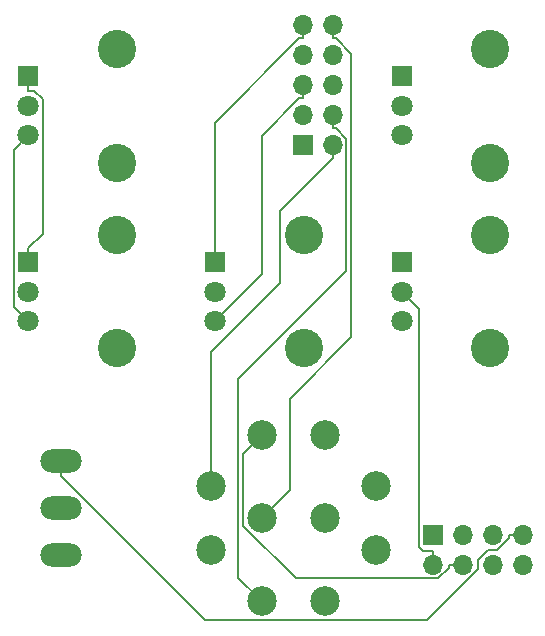
<source format=gbr>
%TF.GenerationSoftware,KiCad,Pcbnew,9.0.0*%
%TF.CreationDate,2025-03-02T16:43:32+01:00*%
%TF.ProjectId,board_io,626f6172-645f-4696-9f2e-6b696361645f,rev?*%
%TF.SameCoordinates,Original*%
%TF.FileFunction,Copper,L1,Top*%
%TF.FilePolarity,Positive*%
%FSLAX46Y46*%
G04 Gerber Fmt 4.6, Leading zero omitted, Abs format (unit mm)*
G04 Created by KiCad (PCBNEW 9.0.0) date 2025-03-02 16:43:32*
%MOMM*%
%LPD*%
G01*
G04 APERTURE LIST*
%TA.AperFunction,ComponentPad*%
%ADD10C,3.240000*%
%TD*%
%TA.AperFunction,ComponentPad*%
%ADD11R,1.800000X1.800000*%
%TD*%
%TA.AperFunction,ComponentPad*%
%ADD12C,1.800000*%
%TD*%
%TA.AperFunction,ComponentPad*%
%ADD13C,2.500000*%
%TD*%
%TA.AperFunction,ComponentPad*%
%ADD14O,3.500000X2.000000*%
%TD*%
%TA.AperFunction,ComponentPad*%
%ADD15R,1.700000X1.700000*%
%TD*%
%TA.AperFunction,ComponentPad*%
%ADD16O,1.700000X1.700000*%
%TD*%
%TA.AperFunction,Conductor*%
%ADD17C,0.200000*%
%TD*%
G04 APERTURE END LIST*
D10*
%TO.P,RV4,*%
%TO.N,*%
X24713200Y-24222300D03*
X24713200Y-33822300D03*
D11*
%TO.P,RV4,1,1*%
%TO.N,+12V*%
X17213200Y-26522300D03*
D12*
%TO.P,RV4,2,2*%
%TO.N,Fine Tuning*%
X17213200Y-29022300D03*
%TO.P,RV4,3,3*%
%TO.N,-12V*%
X17213200Y-31522300D03*
%TD*%
D13*
%TO.P,SW1,1*%
%TO.N,Hard Sync +*%
X36959200Y-70922300D03*
%TO.P,SW1,2*%
%TO.N,Hard Sync*%
X32659200Y-66622300D03*
%TO.P,SW1,3*%
%TO.N,Hard Sync -*%
X32659200Y-61222300D03*
%TO.P,SW1,4*%
%TO.N,Soft Sync*%
X36959200Y-56922300D03*
%TO.P,SW1,5*%
%TO.N,unconnected-(SW1-Pad5)*%
X42359200Y-56922300D03*
%TO.P,SW1,6*%
%TO.N,unconnected-(SW1-Pad6)*%
X46659200Y-61222300D03*
%TO.P,SW1,7*%
%TO.N,unconnected-(SW1-Pad7)*%
X46659200Y-66622300D03*
%TO.P,SW1,8*%
%TO.N,unconnected-(SW1-Pad8)*%
X42359200Y-70922300D03*
%TO.P,SW1,9*%
%TO.N,Sync COM*%
X36959200Y-63922300D03*
%TO.P,SW1,10*%
%TO.N,unconnected-(SW1-Pad10)*%
X42359200Y-63922300D03*
%TD*%
D10*
%TO.P,RV1,*%
%TO.N,*%
X24713200Y-39956300D03*
X24713200Y-49556300D03*
D11*
%TO.P,RV1,1,1*%
%TO.N,+12V*%
X17213200Y-42256300D03*
D12*
%TO.P,RV1,2,2*%
%TO.N,PWM Offset*%
X17213200Y-44756300D03*
%TO.P,RV1,3,3*%
%TO.N,-12V*%
X17213200Y-47256300D03*
%TD*%
D14*
%TO.P,SW2,1,A*%
%TO.N,Mode LFO*%
X20007200Y-67082300D03*
%TO.P,SW2,2,B*%
%TO.N,Mode COM*%
X20007200Y-63082300D03*
%TO.P,SW2,3,C*%
%TO.N,Mode VCO*%
X20007200Y-59082300D03*
%TD*%
D10*
%TO.P,RV2,*%
%TO.N,*%
X56329200Y-39956300D03*
X56329200Y-49556300D03*
D11*
%TO.P,RV2,1,1*%
%TO.N,FM CV Hot*%
X48829200Y-42256300D03*
D12*
%TO.P,RV2,2,2*%
%TO.N,FM CV Levelled*%
X48829200Y-44756300D03*
%TO.P,RV2,3,3*%
%TO.N,GND*%
X48829200Y-47256300D03*
%TD*%
D10*
%TO.P,RV3,*%
%TO.N,*%
X40521200Y-39956300D03*
X40521200Y-49556300D03*
D11*
%TO.P,RV3,1,1*%
%TO.N,PWM CV Hot*%
X33021200Y-42256300D03*
D12*
%TO.P,RV3,2,2*%
%TO.N,PWM CV Levelled*%
X33021200Y-44756300D03*
%TO.P,RV3,3,3*%
%TO.N,GND*%
X33021200Y-47256300D03*
%TD*%
D10*
%TO.P,RV5,*%
%TO.N,*%
X56329200Y-24222300D03*
X56329200Y-33822300D03*
D11*
%TO.P,RV5,1,1*%
%TO.N,+12V*%
X48829200Y-26522300D03*
D12*
%TO.P,RV5,2,2*%
%TO.N,Coarse Tuning*%
X48829200Y-29022300D03*
%TO.P,RV5,3,3*%
%TO.N,-12V*%
X48829200Y-31522300D03*
%TD*%
D15*
%TO.P,J2,1,Pin_1*%
%TO.N,Mode COM*%
X51435200Y-65314300D03*
D16*
%TO.P,J2,2,Pin_2*%
%TO.N,FM CV Levelled*%
X51435200Y-67854300D03*
%TO.P,J2,3,Pin_3*%
%TO.N,PWM CV Levelled*%
X53975200Y-65314300D03*
%TO.P,J2,4,Pin_4*%
%TO.N,Soft Sync*%
X53975200Y-67854300D03*
%TO.P,J2,5,Pin_5*%
%TO.N,Hard Sync*%
X56515200Y-65314300D03*
%TO.P,J2,6,Pin_6*%
%TO.N,PWM Offset*%
X56515200Y-67854300D03*
%TO.P,J2,7,Pin_7*%
%TO.N,Mode VCO*%
X59055200Y-65314300D03*
%TO.P,J2,8,Pin_8*%
%TO.N,Mode LFO*%
X59055200Y-67854300D03*
%TD*%
D15*
%TO.P,J1,1,Pin_1*%
%TO.N,Coarse Tuning*%
X40435200Y-32314300D03*
D16*
%TO.P,J1,2,Pin_2*%
%TO.N,Hard Sync -*%
X42975200Y-32314300D03*
%TO.P,J1,3,Pin_3*%
%TO.N,Fine Tuning*%
X40435200Y-29774300D03*
%TO.P,J1,4,Pin_4*%
%TO.N,Hard Sync +*%
X42975200Y-29774300D03*
%TO.P,J1,5,Pin_5*%
%TO.N,GND*%
X40435200Y-27234300D03*
%TO.P,J1,6,Pin_6*%
%TO.N,-12V*%
X42975200Y-27234300D03*
%TO.P,J1,7,Pin_7*%
%TO.N,+12V*%
X40435200Y-24694300D03*
%TO.P,J1,8,Pin_8*%
%TO.N,FM CV Hot*%
X42975200Y-24694300D03*
%TO.P,J1,9,Pin_9*%
%TO.N,PWM CV Hot*%
X40435200Y-22154300D03*
%TO.P,J1,10,Pin_10*%
%TO.N,Sync COM*%
X42975200Y-22154300D03*
%TD*%
D17*
%TO.N,+12V*%
X17213200Y-26522300D02*
X17213200Y-27724000D01*
X18414900Y-39852900D02*
X17213200Y-41054600D01*
X17663800Y-27724000D02*
X18414900Y-28475100D01*
X17213200Y-27724000D02*
X17663800Y-27724000D01*
X17213200Y-42256300D02*
X17213200Y-41054600D01*
X18414900Y-28475100D02*
X18414900Y-39852900D01*
%TO.N,-12V*%
X17213200Y-47256300D02*
X16011500Y-46054600D01*
X16011500Y-32724000D02*
X17213200Y-31522300D01*
X16011500Y-46054600D02*
X16011500Y-32724000D01*
%TO.N,GND*%
X40435200Y-27234300D02*
X40435200Y-28386000D01*
X36991200Y-31561500D02*
X40166700Y-28386000D01*
X36991200Y-43286300D02*
X36991200Y-31561500D01*
X40166700Y-28386000D02*
X40435200Y-28386000D01*
X33021200Y-47256300D02*
X36991200Y-43286300D01*
%TO.N,Soft Sync*%
X39853700Y-69011300D02*
X35404900Y-64562500D01*
X51935000Y-69011300D02*
X39853700Y-69011300D01*
X35404900Y-58476600D02*
X36959200Y-56922300D01*
X35404900Y-64562500D02*
X35404900Y-58476600D01*
X53975200Y-67854300D02*
X52823500Y-67854300D01*
X52823500Y-68122800D02*
X51935000Y-69011300D01*
X52823500Y-67854300D02*
X52823500Y-68122800D01*
%TO.N,Sync COM*%
X39327100Y-61554400D02*
X39327100Y-53854400D01*
X39327100Y-53854400D02*
X44554600Y-48626900D01*
X42975200Y-22154300D02*
X42975200Y-23306000D01*
X44554600Y-24616900D02*
X43243700Y-23306000D01*
X36959200Y-63922300D02*
X39327100Y-61554400D01*
X43243700Y-23306000D02*
X42975200Y-23306000D01*
X44554600Y-48626900D02*
X44554600Y-24616900D01*
%TO.N,Hard Sync +*%
X42975200Y-29774300D02*
X42975200Y-30926000D01*
X34999100Y-52125500D02*
X34999100Y-68962200D01*
X44137700Y-31820000D02*
X44137700Y-42986900D01*
X44137700Y-42986900D02*
X34999100Y-52125500D01*
X42975200Y-30926000D02*
X43243700Y-30926000D01*
X34999100Y-68962200D02*
X36959200Y-70922300D01*
X43243700Y-30926000D02*
X44137700Y-31820000D01*
%TO.N,Hard Sync -*%
X38500000Y-43989800D02*
X38500000Y-37941200D01*
X32659200Y-61222300D02*
X32659200Y-49830600D01*
X32659200Y-49830600D02*
X38500000Y-43989800D01*
X38500000Y-37941200D02*
X42975200Y-33466000D01*
X42975200Y-32314300D02*
X42975200Y-33466000D01*
%TO.N,FM CV Levelled*%
X50620700Y-66702600D02*
X51435200Y-66702600D01*
X50283500Y-46210600D02*
X50283500Y-66365400D01*
X51435200Y-67854300D02*
X51435200Y-66702600D01*
X48829200Y-44756300D02*
X50283500Y-46210600D01*
X50283500Y-66365400D02*
X50620700Y-66702600D01*
%TO.N,PWM CV Hot*%
X40166700Y-23306000D02*
X40435200Y-23306000D01*
X33021200Y-30451500D02*
X40166700Y-23306000D01*
X33021200Y-42256300D02*
X33021200Y-30451500D01*
X40435200Y-22154300D02*
X40435200Y-23306000D01*
%TO.N,Mode VCO*%
X55245200Y-67435900D02*
X56096800Y-66584300D01*
X20007200Y-60384000D02*
X32146600Y-72523400D01*
X59055200Y-65314300D02*
X57903500Y-65314300D01*
X32146600Y-72523400D02*
X50941200Y-72523400D01*
X57903500Y-65582800D02*
X57903500Y-65314300D01*
X56902000Y-66584300D02*
X57903500Y-65582800D01*
X50941200Y-72523400D02*
X55245200Y-68219400D01*
X20007200Y-59082300D02*
X20007200Y-60384000D01*
X56096800Y-66584300D02*
X56902000Y-66584300D01*
X55245200Y-68219400D02*
X55245200Y-67435900D01*
%TD*%
M02*

</source>
